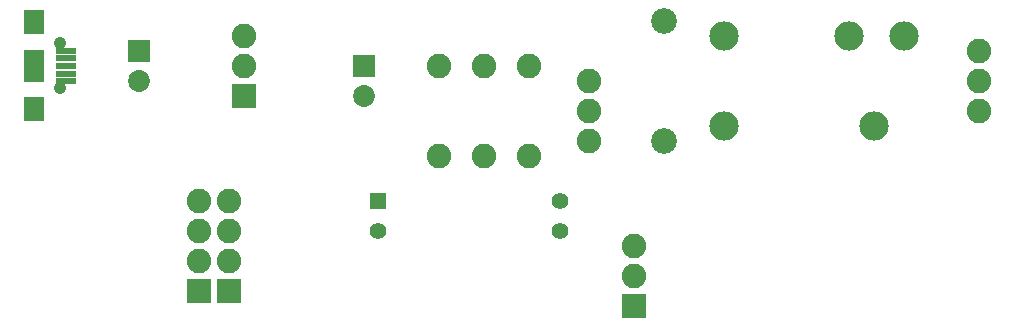
<source format=gts>
G75*
%MOIN*%
%OFA0B0*%
%FSLAX25Y25*%
%IPPOS*%
%LPD*%
%AMOC8*
5,1,8,0,0,1.08239X$1,22.5*
%
%ADD10R,0.07300X0.07300*%
%ADD11C,0.07300*%
%ADD12R,0.08200X0.08200*%
%ADD13C,0.08200*%
%ADD14C,0.09800*%
%ADD15R,0.06509X0.02375*%
%ADD16C,0.04146*%
%ADD17R,0.06693X0.07874*%
%ADD18R,0.06693X0.10630*%
%ADD19C,0.08600*%
%ADD20R,0.05556X0.05556*%
%ADD21C,0.05556*%
D10*
X0131346Y0106000D03*
X0056346Y0111000D03*
D11*
X0056346Y0101000D03*
X0131346Y0096000D03*
D12*
X0076346Y0031000D03*
X0086346Y0031000D03*
X0091346Y0096000D03*
X0221346Y0026000D03*
D13*
X0221346Y0036000D03*
X0221346Y0046000D03*
X0186346Y0076000D03*
X0171346Y0076000D03*
X0156346Y0076000D03*
X0206346Y0081000D03*
X0206346Y0091000D03*
X0206346Y0101000D03*
X0186346Y0106000D03*
X0171346Y0106000D03*
X0156346Y0106000D03*
X0091346Y0106000D03*
X0091346Y0116000D03*
X0086346Y0061000D03*
X0076346Y0061000D03*
X0076346Y0051000D03*
X0086346Y0051000D03*
X0086346Y0041000D03*
X0076346Y0041000D03*
X0336346Y0091000D03*
X0336346Y0101000D03*
X0336346Y0111000D03*
D14*
X0311346Y0116000D03*
X0292846Y0116000D03*
X0251346Y0116000D03*
X0251346Y0086000D03*
X0301346Y0086000D03*
D15*
X0032075Y0100882D03*
X0032075Y0103441D03*
X0032075Y0106000D03*
X0032075Y0108559D03*
X0032075Y0111118D03*
D16*
X0030008Y0113480D03*
X0030008Y0098520D03*
D17*
X0021346Y0091496D03*
X0021346Y0120504D03*
D18*
X0021346Y0106000D03*
D19*
X0231346Y0121000D03*
X0231346Y0081000D03*
D20*
X0136031Y0061118D03*
D21*
X0136031Y0050882D03*
X0196661Y0050882D03*
X0196661Y0061118D03*
M02*

</source>
